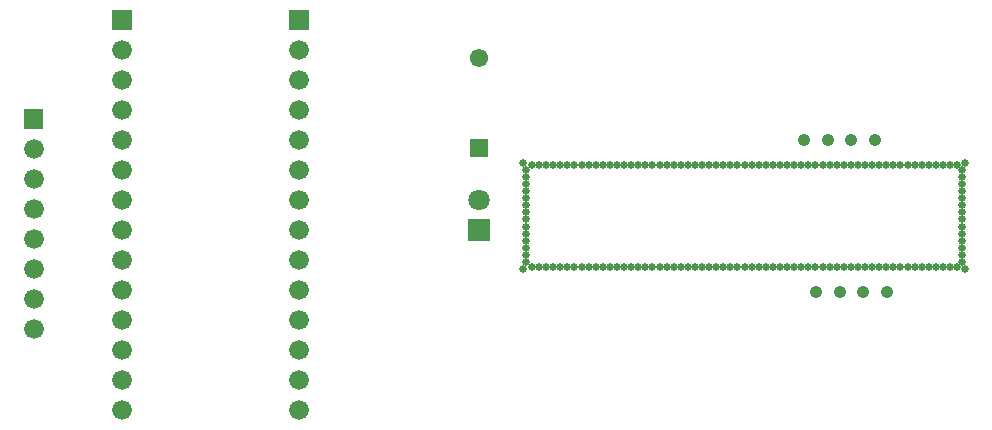
<source format=gbr>
G04 start of page 10 for group -4062 idx -4062 *
G04 Title: (unknown), soldermask *
G04 Creator: pcb 4.1.2 *
G04 CreationDate: Sun Sep 16 08:13:39 2018 UTC *
G04 For: mytch *
G04 Format: Gerber/RS-274X *
G04 PCB-Dimensions (mil): 3543.31 1968.50 *
G04 PCB-Coordinate-Origin: lower left *
%MOIN*%
%FSLAX25Y25*%
%LNBOTTOMMASK*%
%ADD68C,0.0260*%
%ADD67C,0.0610*%
%ADD66C,0.0710*%
%ADD65C,0.0420*%
%ADD64C,0.0660*%
%ADD63C,0.0001*%
G54D63*G36*
X112842Y166686D02*Y160086D01*
X119442D01*
Y166686D01*
X112842D01*
G37*
G36*
X53787D02*Y160086D01*
X60387D01*
Y166686D01*
X53787D01*
G37*
G54D64*X116142Y153386D03*
Y143386D03*
Y133386D03*
Y123386D03*
G54D65*X284410Y123189D03*
X292284D03*
X300158D03*
X308032D03*
X288347Y72598D03*
X296221D03*
X304095D03*
X311969D03*
G54D64*X116142Y113386D03*
Y103386D03*
Y93386D03*
Y83386D03*
Y73386D03*
Y63386D03*
Y53386D03*
Y43386D03*
Y33386D03*
G54D63*G36*
X172473Y96896D02*Y89796D01*
X179573D01*
Y96896D01*
X172473D01*
G37*
G54D66*X176023Y103346D03*
G54D63*G36*
X172895Y123640D02*Y117540D01*
X178995D01*
Y123640D01*
X172895D01*
G37*
G54D67*X175945Y150590D03*
G54D64*X57087Y153386D03*
Y143386D03*
Y133386D03*
Y123386D03*
Y113386D03*
Y103386D03*
Y93386D03*
X27559Y100394D03*
Y90394D03*
Y80394D03*
X57087Y83386D03*
Y73386D03*
Y63386D03*
Y53386D03*
Y43386D03*
Y33386D03*
G54D63*G36*
X24259Y133694D02*Y127094D01*
X30859D01*
Y133694D01*
X24259D01*
G37*
G54D64*X27559Y120394D03*
Y110394D03*
Y70394D03*
Y60394D03*
G54D68*X190866Y80276D03*
X191732Y108661D03*
Y106299D03*
Y103937D03*
X190787Y115551D03*
X191732Y111024D03*
Y113386D03*
Y101575D03*
Y99213D03*
Y96850D03*
Y94488D03*
Y92126D03*
Y89764D03*
Y87402D03*
Y85039D03*
Y82677D03*
X337913Y115669D03*
X337953Y80197D03*
X337008Y82677D03*
Y111024D03*
Y113386D03*
Y106299D03*
Y103937D03*
Y101575D03*
Y99213D03*
Y96850D03*
Y94488D03*
Y92126D03*
Y89764D03*
Y87402D03*
Y85039D03*
X335433Y81102D03*
X333071D03*
X330709D03*
X328346D03*
X325984D03*
X323622D03*
X321260D03*
X318898D03*
X316535D03*
X314173D03*
X311811D03*
X337008Y108661D03*
X335433Y114961D03*
X333071D03*
X330709D03*
X328346D03*
X325984D03*
X323622D03*
X297638Y81102D03*
X295276D03*
X292913D03*
X290551D03*
X288189D03*
X285827D03*
X283465D03*
X281102D03*
X278740D03*
X276378D03*
X274016D03*
X271654D03*
X269291D03*
X266929D03*
X264567D03*
X262205D03*
X259843D03*
X257480D03*
X255118D03*
X252756D03*
X250394D03*
X248031D03*
X245669D03*
X243307D03*
X240945D03*
X238583D03*
X236220D03*
X233858D03*
X231496D03*
X229134D03*
X226772D03*
X224409D03*
X222047D03*
X219685D03*
X217323D03*
X214961D03*
X212598D03*
X210236D03*
X207874D03*
X205512D03*
X203150D03*
X200787D03*
X198425D03*
X196063D03*
X193701D03*
X309449D03*
X307087D03*
X304724D03*
X302362D03*
X300000D03*
X321260Y114961D03*
X318898D03*
X316535D03*
X314173D03*
X311811D03*
X309449D03*
X307087D03*
X304724D03*
X302362D03*
X300000D03*
X297638D03*
X295276D03*
X292913D03*
X290551D03*
X288189D03*
X285827D03*
X283465D03*
X281102D03*
X278740D03*
X276378D03*
X274016D03*
X271654D03*
X269291D03*
X266929D03*
X264567D03*
X262205D03*
X259843D03*
X257480D03*
X255118D03*
X252756D03*
X250394D03*
X248031D03*
X245669D03*
X243307D03*
X240945D03*
X238583D03*
X236220D03*
X233858D03*
X231496D03*
X229134D03*
X226772D03*
X224409D03*
X222047D03*
X219685D03*
X217323D03*
X214961D03*
X212598D03*
X210236D03*
X207874D03*
X205512D03*
X203150D03*
X200787D03*
X198425D03*
X196063D03*
X193701D03*
M02*

</source>
